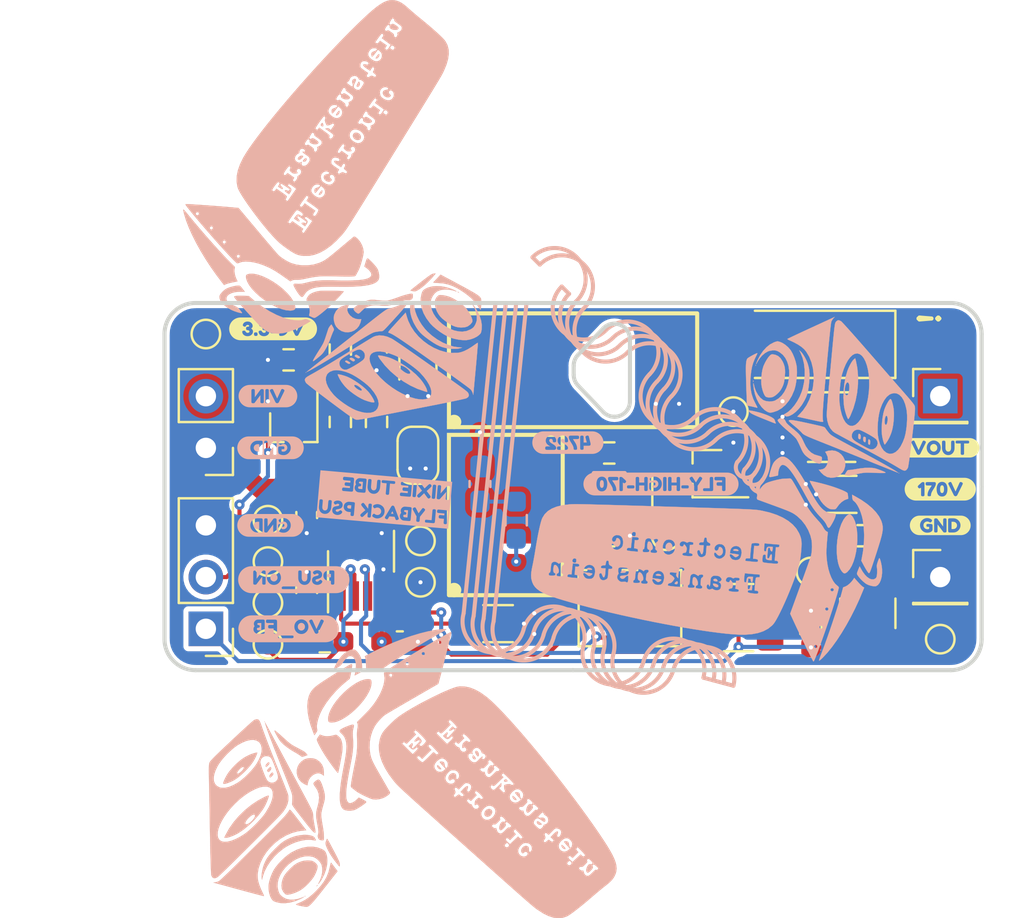
<source format=kicad_pcb>
(kicad_pcb (version 20211014) (generator pcbnew)
  (layers (0 "F.Cu" signal) (31 "B.Cu" signal) (34 "B.Paste" user) (35 "F.Paste" user) (36 "B.SilkS" user "B.Silkscreen") (37 "F.SilkS" user "F.Silkscreen") (38 "B.Mask" user) (39 "F.Mask" user) (44 "Edge.Cuts" user))
  (net 0 "")
  (net 1 "/HV-PSU/VIN")
  (net 2 "GND")
  (net 3 "Net-(C2-Pad1)")
  (net 4 "/HV-PSU/ISEN")
  (net 5 "/HV-PSU/SW")
  (net 6 "Net-(C5-Pad2)")
  (net 7 "/HV-PSU/VOUT")
  (net 8 "Net-(D1-Pad2)")
  (net 9 "Net-(D2-Pad1)")
  (net 10 "Net-(D2-Pad2)")
  (net 11 "Net-(Q1-Pad1)")
  (net 12 "/HV-PSU/DR")
  (net 13 "/HV-PSU/FSA")
  (net 14 "/HV-PSU/COMP")
  (net 15 "Net-(R10-Pad2)")
  (net 16 "Net-(R10-Pad1)")
  (net 17 "Net-(R9-Pad2)")
  (net 18 "/HV-PSU/FB")
  (net 19 "Net-(JP1-Pad2)")
  (net 20 "/PSU_ON")
  (net 21 "/VO_FB")
  (footprint "TestPoint:TestPoint_Pad_D1.0mm" (layer "F.Cu") (at 145.034 46.228)
    (fp_text reference "TP11" hide)
    (fp_text value "VO_FB")
    (pad "1" smd circle (at 0 0) (size 1 1) (layers "F.Cu" "F.Mask") (net 21 "/VO_FB"))
  )
  (footprint "TestPoint:TestPoint_Pad_D1.0mm" (layer "F.Cu") (at 112.014 44.45)
    (fp_text reference "TP5" hide)
    (fp_text value "ISEN")
    (pad "1" smd circle (at 0 0) (size 1 1) (layers "F.Cu" "F.Mask") (net 4 "/HV-PSU/ISEN"))
  )
  (footprint "TestPoint:TestPoint_Pad_D1.0mm" (layer "F.Cu") (at 131.572 41.148)
    (fp_text reference "TP4" hide)
    (fp_text value "FB")
    (pad "1" smd circle (at 0 0) (size 1 1) (layers "F.Cu" "F.Mask") (net 18 "/HV-PSU/FB"))
  )
  (footprint "Resistor_SMD:R_1210_3225Metric_Pad1.30x2.65mm_HandSolder" (layer "F.Cu") (at 141.478 44.958 90)
    (fp_text reference "R11" hide)
    (fp_text value "180K")
    (pad "1" smd roundrect (at -1.55 0 90) (size 1.3 2.65) (layers "F.Cu" "F.Paste" "F.Mask") (roundrect_rratio 0.1923076923) (net 21 "/VO_FB"))
    (pad "2" smd roundrect (at 1.55 0 90) (size 1.3 2.65) (layers "F.Cu" "F.Paste" "F.Mask") (roundrect_rratio 0.1923076923) (net 7 "/HV-PSU/VOUT"))
  )
  (footprint "Resistor_SMD:R_1210_3225Metric_Pad1.30x2.65mm_HandSolder" (layer "F.Cu") (at 135.128 42.164)
    (fp_text reference "R8" hide)
    (fp_text value "180K")
    (pad "1" smd roundrect (at -1.55 0) (size 1.3 2.65) (layers "F.Cu" "F.Paste" "F.Mask") (roundrect_rratio 0.1923076923) (net 16 "Net-(R10-Pad1)"))
    (pad "2" smd roundrect (at 1.55 0) (size 1.3 2.65) (layers "F.Cu" "F.Paste" "F.Mask") (roundrect_rratio 0.1923076923) (net 15 "Net-(R10-Pad2)"))
  )
  (footprint "Diode_SMD:D_SMA_Handsoldering" (layer "F.Cu") (at 138.43 31.75 180)
    (fp_text reference "D1" hide)
    (fp_text value "US1M")
    (pad "1" smd rect (at -2.5 0 180) (size 3.5 1.8) (layers "F.Cu" "F.Paste" "F.Mask") (net 7 "/HV-PSU/VOUT"))
    (pad "2" smd rect (at 2.5 0 180) (size 3.5 1.8) (layers "F.Cu" "F.Paste" "F.Mask") (net 8 "Net-(D1-Pad2)"))
  )
  (footprint "Capacitor_SMD:C_0603_1608Metric_Pad1.08x0.95mm_HandSolder" (layer "F.Cu") (at 113.919 43.815 90)
    (fp_text reference "C2" hide)
    (fp_text value "DNF")
    (pad "1" smd roundrect (at -0.8625 0 90) (size 1.075 0.95) (layers "F.Cu" "F.Paste" "F.Mask") (net 3 "Net-(C2-Pad1)"))
    (pad "2" smd roundrect (at 0.8625 0 90) (size 1.075 0.95) (layers "F.Cu" "F.Paste" "F.Mask") (net 2 "GND"))
  )
  (footprint "Package_TO_SOT_SMD:SOT-323_SC-70_Handsoldering" (layer "F.Cu") (at 113.284 35.814 -90)
    (fp_text reference "Q1" hide)
    (fp_text value "AO7400")
    (pad "1" smd rect (at -1.33 -0.65 180) (size 0.45 1.5) (layers "F.Cu" "F.Paste" "F.Mask") (net 11 "Net-(Q1-Pad1)"))
    (pad "2" smd rect (at -1.33 0.65 180) (size 0.45 1.5) (layers "F.Cu" "F.Paste" "F.Mask") (net 2 "GND"))
    (pad "3" smd rect (at 1.33 0 180) (size 0.45 1.5) (layers "F.Cu" "F.Paste" "F.Mask") (net 19 "Net-(JP1-Pad2)"))
  )
  (footprint "Resistor_SMD:R_0603_1608Metric_Pad0.98x0.95mm_HandSolder" (layer "F.Cu") (at 113.03 32.512)
    (fp_text reference "R2" hide)
    (fp_text value "10K")
    (pad "1" smd roundrect (at -0.9125 0) (size 0.975 0.95) (layers "F.Cu" "F.Paste" "F.Mask") (net 2 "GND"))
    (pad "2" smd roundrect (at 0.9125 0) (size 0.975 0.95) (layers "F.Cu" "F.Paste" "F.Mask") (net 11 "Net-(Q1-Pad1)"))
  )
  (footprint "meshy-tron-fps:TTRN-060S-058-T" (layer "F.Cu") (at 127 33.02 90)
    (fp_text reference "L1" hide)
    (fp_text value "TTRN-060S-058-T")
    (pad "1" smd roundrect (at -1.675 -4.65 90) (size 1.2 1.9) (layers "F.Cu" "F.Paste" "F.Mask") (roundrect_rratio 0.1666666667) (net 5 "/HV-PSU/SW"))
    (pad "2" smd roundrect (at 1.675 -4.65 90) (size 1.2 1.9) (layers "F.Cu" "F.Paste" "F.Mask") (roundrect_rratio 0.1666666667) (net 1 "/HV-PSU/VIN"))
    (pad "3" smd roundrect (at -1.675 4.65 90) (size 1.2 1.9) (layers "F.Cu" "F.Paste" "F.Mask") (roundrect_rratio 0.1666666667) (net 2 "GND"))
    (pad "4" smd roundrect (at 1.675 4.65 90) (size 1.2 1.9) (layers "F.Cu" "F.Paste" "F.Mask") (roundrect_rratio 0.1666666667) (net 8 "Net-(D1-Pad2)"))
    (pad "5" smd roundrect (at 0 4.65 90) (size 1.15 1.9) (layers "F.Cu" "F.Paste" "F.Mask") (roundrect_rratio 0.1666669565))
  )
  (footprint "Capacitor_SMD:C_1812_4532Metric_Pad1.57x3.40mm_HandSolder" (layer "F.Cu") (at 139.7 35.814 180)
    (fp_text reference "C6" hide)
    (fp_text value "1uF")
    (pad "1" smd roundrect (at -2.1375 0 180) (size 1.575 3.4) (layers "F.Cu" "F.Paste" "F.Mask") (roundrect_rratio 0.1587301587) (net 7 "/HV-PSU/VOUT"))
    (pad "2" smd roundrect (at 2.1375 0 180) (size 1.575 3.4) (layers "F.Cu" "F.Paste" "F.Mask") (roundrect_rratio 0.1587301587) (net 2 "GND"))
  )
  (footprint "kibuzzard-638295D5" (layer "F.Cu") (at 145.034 38.862)
    (fp_text reference "kibuzzard-638295D5" hide)
    (fp_text value "G***" hide)
  )
  (footprint "kibuzzard-63828ECC" (layer "F.Cu") (at 145.034 36.83)
    (fp_text reference "kibuzzard-63828ECC" hide)
    (fp_text value "G***" hide)
  )
  (footprint "Resistor_SMD:R_0603_1608Metric_Pad0.98x0.95mm_HandSolder" (layer "F.Cu") (at 115.57 32.004 90)
    (fp_text reference "R14" hide)
    (fp_text value "10K")
    (pad "1" smd roundrect (at -0.9125 0 90) (size 0.975 0.95) (layers "F.Cu" "F.Paste" "F.Mask") (net 19 "Net-(JP1-Pad2)"))
    (pad "2" smd roundrect (at 0.9125 0 90) (size 0.975 0.95) (layers "F.Cu" "F.Paste" "F.Mask") (net 1 "/HV-PSU/VIN"))
  )
  (footprint "Capacitor_SMD:C_0603_1608Metric_Pad1.08x0.95mm_HandSolder" (layer "F.Cu") (at 117.348 32.004 -90)
    (fp_text reference "C1" hide)
    (fp_text value "22uF")
    (pad "1" smd roundrect (at -0.8625 0 270) (size 1.075 0.95) (layers "F.Cu" "F.Paste" "F.Mask") (net 1 "/HV-PSU/VIN"))
    (pad "2" smd roundrect (at 0.8625 0 270) (size 1.075 0.95) (layers "F.Cu" "F.Paste" "F.Mask") (net 2 "GND"))
  )
  (footprint "LED_SMD:LED_0805_2012Metric_Pad1.15x1.40mm_HandSolder" (layer "F.Cu") (at 129.032 39.116 180)
    (fp_text reference "D2" hide)
    (fp_text value "ORANGE")
    (pad "1" smd roundrect (at -1.025 0 180) (size 1.15 1.4) (layers "F.Cu" "F.Paste" "F.Mask") (roundrect_rratio 0.2173913043) (net 9 "Net-(D2-Pad1)"))
    (pad "2" smd roundrect (at 1.025 0 180) (size 1.15 1.4) (layers "F.Cu" "F.Paste" "F.Mask") (roundrect_rratio 0.2173913043) (net 10 "Net-(D2-Pad2)"))
  )
  (footprint "Connector_PinHeader_2.54mm:PinHeader_1x01_P2.54mm_Vertical" (layer "F.Cu") (at 145.034 34.29)
    (fp_text reference "J3" hide)
    (fp_text value "VOUT")
    (pad "1" thru_hole rect (at 0 0) (size 1.7 1.7) (drill 1) (layers *.Cu *.Mask) (net 7 "/HV-PSU/VOUT"))
  )
  (footprint "TestPoint:TestPoint_Pad_D1.0mm" (layer "F.Cu") (at 112.014 40.386)
    (fp_text reference "TP1" hide)
    (fp_text value "FSA")
    (pad "1" smd circle (at 0 0) (size 1 1) (layers "F.Cu" "F.Mask") (net 13 "/HV-PSU/FSA"))
  )
  (footprint "TestPoint:TestPoint_Pad_D1.0mm" (layer "F.Cu") (at 112.014 46.482)
    (fp_text reference "TP2" hide)
    (fp_text value "COMP")
    (pad "1" smd circle (at 0 0) (size 1 1) (layers "F.Cu" "F.Mask") (net 14 "/HV-PSU/COMP"))
  )
  (footprint "Resistor_SMD:R_0603_1608Metric_Pad0.98x0.95mm_HandSolder" (layer "F.Cu") (at 128.778 41.148 180)
    (fp_text reference "R9" hide)
    (fp_text value "10K")
    (pad "1" smd roundrect (at -0.9125 0 180) (size 0.975 0.95) (layers "F.Cu" "F.Paste" "F.Mask") (net 2 "GND"))
    (pad "2" smd roundrect (at 0.9125 0 180) (size 0.975 0.95) (layers "F.Cu" "F.Paste" "F.Mask") (net 17 "Net-(R9-Pad2)"))
  )
  (footprint "Capacitor_SMD:C_0603_1608Metric_Pad1.08x0.95mm_HandSolder" (layer "F.Cu") (at 113.919 40.132 -90)
    (fp_text reference "C8" hide)
    (fp_text value "100nF")
    (pad "1" smd roundrect (at -0.8625 0 270) (size 1.075 0.95) (layers "F.Cu" "F.Paste" "F.Mask") (net 1 "/HV-PSU/VIN"))
    (pad "2" smd roundrect (at 0.8625 0 270) (size 1.075 0.95) (layers "F.Cu" "F.Paste" "F.Mask") (net 2 "GND"))
  )
  (footprint "Resistor_SMD:R_0603_1608Metric_Pad0.98x0.95mm_HandSolder" (layer "F.Cu") (at 128.778 37.084 180)
    (fp_text reference "R13" hide)
    (fp_text value "560R")
    (pad "1" smd roundrect (at -0.9125 0 180) (size 0.975 0.95) (layers "F.Cu" "F.Paste" "F.Mask") (net 10 "Net-(D2-Pad2)"))
    (pad "2" smd roundrect (at 0.9125 0 180) (size 0.975 0.95) (layers "F.Cu" "F.Paste" "F.Mask") (net 1 "/HV-PSU/VIN"))
  )
  (footprint "Resistor_SMD:R_0603_1608Metric_Pad0.98x0.95mm_HandSolder" (layer "F.Cu") (at 115.57 35.56 -90)
    (fp_text reference "R1" hide)
    (fp_text value "10R")
    (pad "1" smd roundrect (at -0.9125 0 270) (size 0.975 0.95) (layers "F.Cu" "F.Paste" "F.Mask") (net 11 "Net-(Q1-Pad1)"))
    (pad "2" smd roundrect (at 0.9125 0 270) (size 0.975 0.95) (layers "F.Cu" "F.Paste" "F.Mask") (net 20 "/PSU_ON"))
  )
  (footprint "Connector_PinHeader_2.54mm:PinHeader_1x02_P2.54mm_Vertical" (layer "F.Cu") (at 108.966 36.835 180)
    (fp_text reference "J1" hide)
    (fp_text value "VIN")
    (pad "1" thru_hole rect (at 0 0 180) (size 1.7 1.7) (drill 1) (layers *.Cu *.Mask) (net 2 "GND"))
    (pad "2" thru_hole oval (at 0 2.54 180) (size 1.7 1.7) (drill 1) (layers *.Cu *.Mask) (net 1 "/HV-PSU/VIN"))
  )
  (footprint "Resistor_SMD:R_0603_1608Metric_Pad0.98x0.95mm_HandSolder" (layer "F.Cu") (at 141.224 41.148 180)
    (fp_text reference "R7" hide)
    (fp_text value "1.4M")
    (pad "1" smd roundrect (at -0.9125 0 180) (size 0.975 0.95) (layers "F.Cu" "F.Paste" "F.Mask") (net 7 "/HV-PSU/VOUT"))
    (pad "2" smd roundrect (at 0.9125 0 180) (size 0.975 0.95) (layers "F.Cu" "F.Paste" "F.Mask") (net 15 "Net-(R10-Pad2)"))
  )
  (footprint "TestPoint:TestPoint_Pad_D1.0mm" (layer "F.Cu") (at 119.507 41.402)
    (fp_text reference "TP6" hide)
    (fp_text value "SW")
    (pad "1" smd circle (at 0 0) (size 1 1) (layers "F.Cu" "F.Mask") (net 5 "/HV-PSU/SW"))
  )
  (footprint "TestPoint:TestPoint_Pad_D1.0mm" (layer "F.Cu") (at 108.966 31.242)
    (fp_text reference "TP9" hide)
    (fp_text value "VIN")
    (pad "1" smd circle (at 0 0) (size 1 1) (layers "F.Cu" "F.Mask") (net 1 "/HV-PSU/VIN"))
  )
  (footprint "Resistor_SMD:R_0603_1608Metric_Pad0.98x0.95mm_HandSolder" (layer "F.Cu") (at 114.808 46.355)
    (fp_text reference "R4" hide)
    (fp_text value "DNF")
    (pad "1" smd roundrect (at -0.9125 0) (size 0.975 0.95) (layers "F.Cu" "F.Paste" "F.Mask") (net 3 "Net-(C2-Pad1)"))
    (pad "2" smd roundrect (at 0.9125 0) (size 0.975 0.95) (layers "F.Cu" "F.Paste" "F.Mask") (net 14 "/HV-PSU/COMP"))
  )
  (footprint "Connector_PinHeader_2.54mm:PinHeader_1x01_P2.54mm_Vertical" (layer "F.Cu") (at 145.034 43.18)
    (fp_text reference "J4" hide)
    (fp_text value "VOUT-GND")
    (pad "1" thru_hole rect (at 0 0) (size 1.7 1.7) (drill 1) (layers *.Cu *.Mask) (net 2 "GND"))
  )
  (footprint "kibuzzard-63828EDB" (layer "F.Cu") (at 145.034 40.64)
    (fp_text reference "kibuzzard-63828EDB" hide)
    (fp_text value "G***" hide)
  )
  (footprint "Potentiometer_SMD:Potentiometer_Bourns_3224W_Vertical" (layer "F.Cu") (at 129.794 44.704)
    (fp_text reference "RV1" hide)
    (fp_text value "1K")
    (pad "1" smd rect (at 1.25 -1.45) (size 1.3 1.6) (layers "F.Cu" "F.Paste" "F.Mask") (net 16 "Net-(R10-Pad1)"))
    (pad "2" smd rect (at 0 1.45) (size 2 1.6) (layers "F.Cu" "F.Paste" "F.Mask") (net 18 "/HV-PSU/FB"))
    (pad "3" smd rect (at -1.25 -1.45) (size 1.3 1.6) (layers "F.Cu" "F.Paste" "F.Mask") (net 17 "Net-(R9-Pad2)"))
  )
  (footprint "Capacitor_SMD:C_0603_1608Metric_Pad1.08x0.95mm_HandSolder" (layer "F.Cu") (at 118.491 46.355)
    (fp_text reference "C4" hide)
    (fp_text value "1nF")
    (pad "1" smd roundrect (at -0.8625 0) (size 1.075 0.95) (layers "F.Cu" "F.Paste" "F.Mask") (net 4 "/HV-PSU/ISEN"))
    (pad "2" smd roundrect (at 0.8625 0) (size 1.075 0.95) (layers "F.Cu" "F.Paste" "F.Mask") (net 2 "GND"))
  )
  (footprint "kibuzzard-63829606" (layer "F.Cu") (at 112.268 30.988)
    (fp_text reference "kibuzzard-63829606" hide)
    (fp_text value "G***" hide)
  )
  (footprint "Package_TO_SOT_SMD:SOT-323_SC-70_Handsoldering" (layer "F.Cu") (at 133.604 38.1 180)
    (fp_text reference "Q3" hide)
    (fp_text value "AO7400")
    (pad "1" smd rect (at -1.33 -0.65 90) (size 0.45 1.5) (layers "F.Cu" "F.Paste" "F.Mask") (net 21 "/VO_FB"))
    (pad "2" smd rect (at -1.33 0.65 90) (size 0.45 1.5) (layers "F.Cu" "F.Paste" "F.Mask") (net 2 "GND"))
    (pad "3" smd rect (at 1.33 0 90) (size 0.45 1.5) (layers "F.Cu" "F.Paste" "F.Mask") (net 9 "Net-(D2-Pad1)"))
  )
  (footprint "TestPoint:TestPoint_Pad_D1.0mm" (layer "F.Cu") (at 119.507 43.434)
    (fp_text reference "TP8" hide)
    (fp_text value "AGND")
    (pad "1" smd circle (at 0 0) (size 1 1) (layers "F.Cu" "F.Mask") (net 2 "GND"))
  )
  (footprint "TestPoint:TestPoint_Pad_D1.0mm" (layer "F.Cu") (at 138.684 42.926)
    (fp_text reference "TP7" hide)
    (fp_text value "VOUT")
    (pad "1" smd circle (at 0 0) (size 1 1) (layers "F.Cu" "F.Mask") (net 7 "/HV-PSU/VOUT"))
  )
  (footprint "Resistor_SMD:R_1206_3216Metric_Pad1.30x1.75mm_HandSolder" (layer "F.Cu") (at 123.317 45.466 180)
    (fp_text reference "R5" hide)
    (fp_text value "0R15")
    (pad "1" smd roundrect (at -1.55 0 180) (size 1.3 1.75) (layers "F.Cu" "F.Paste" "F.Mask") (roundrect_rratio 0.1923076923) (net 2 "GND"))
    (pad "2" smd roundrect (at 1.55 0 180) (size 1.3 1.75) (layers "F.Cu" "F.Paste" "F.Mask") (roundrect_rratio 0.1923076923) (net 4 "/HV-PSU/ISEN"))
  )
  (footprint "Package_SO:VSSOP-8_3.0x3.0mm_P0.65mm" (layer "F.Cu") (at 116.586 41.91 90)
    (fp_text reference "U1" hide)
    (fp_text value "LM3478MM")
    (pad "1" smd rect (at -2.2 -0.975) (size 0.45 1.45) (layers "F.Cu" "F.Paste" "F.Mask") (net 4 "/HV-PSU/ISEN"))
    (pad "2" smd rect (at -2.2 -0.325) (size 0.45 1.45) (layers "F.Cu" "F.Paste" "F.Mask") (net 14 "/HV-PSU/COMP"))
    (pad "3" smd rect (at -2.2 0.325) (size 0.45 1.45) (layers "F.Cu" "F.Paste" "F.Mask") (net 18 "/HV-PSU/FB"))
    (pad "4" smd rect (at -2.2 0.975) (size 0.45 1.45) (layers "F.Cu" "F.Paste" "F.Mask") (net 2 "GND"))
    (pad "5" smd rect (at 2.2 0.975) (size 0.45 1.45) (layers "F.Cu" "F.Paste" "F.Mask") (net 2 "GND"))
    (pad "6" smd rect (at 2.2 0.325) (size 0.45 1.45) (layers "F.Cu" "F.Paste" "F.Mask") (net 12 "/HV-PSU/DR"))
    (pad "7" smd rect (at 2.2 -0.325) (size 0.45 1.45) (layers "F.Cu" "F.Paste" "F.Mask") (net 13 "/HV-PSU/FSA"))
    (pad "8" smd rect (at 2.2 -0.975) (size 0.45 1.45) (layers "F.Cu" "F.Paste" "F.Mask") (net 1 "/HV-PSU/VIN"))
  )
  (footprint "TestPoint:TestPoint_Pad_D1.0mm" (layer "F.Cu") (at 112.014 42.418)
    (fp_text reference "TP3" hide)
    (fp_text value "DR")
    (pad "1" smd circle (at 0 0) (size 1 1) (layers "F.Cu" "F.Mask") (net 12 "/HV-PSU/DR"))
  )
  (footprint "TestPoint:TestPoint_Pad_D1.0mm" (layer "F.Cu") (at 134.874 35.052)
    (fp_text reference "TP10" hide)
    (fp_text value "PGND")
    (pad "1" smd circle (at 0 0) (size 1 1) (layers "F.Cu" "F.Mask") (net 2 "GND"))
  )
  (footprint "Capacitor_SMD:C_1206_3216Metric_Pad1.33x1.80mm_HandSolder" (layer "F.Cu") (at 140.208 39.116 180)
    (fp_text reference "C7" hide)
    (fp_text value "100nF")
    (pad "1" smd roundrect (at -1.5625 0 180) (size 1.325 1.8) (layers "F.Cu" "F.Paste" "F.Mask") (roundrect_rratio 0.1886792453) (net 7 "/HV-PSU/VOUT"))
    (pad "2" smd roundrect (at 1.5625 0 180) (size 1.325 1.8) (layers "F.Cu" "F.Paste" "F.Mask") (roundrect_rratio 0.1886792453) (net 2 "GND"))
  )
  (footprint "Capacitor_SMD:C_1206_3216Metric_Pad1.33x1.80mm_HandSolder" (layer "F.Cu") (at 119.38 32.766 -90)
    (fp_text reference "C3" hide)
    (fp_text value "100nF")
    (pad "1" smd roundrect (at -1.5625 0 270) (size 1.325 1.8) (layers "F.Cu" "F.Paste" "F.Mask") (roundrect_rratio 0.1886792453) (net 1 "/HV-PSU/VIN"))
    (pad "2" smd roundrect (at 1.5625 0 270) (size 1.325 1.8) (layers "F.Cu" "F.Paste" "F.Mask") (roundrect_rratio 0.1886792453) (net 2 "GND"))
  )
  (footprint "Connector_PinHeader_2.54mm:PinHeader_1x03_P2.54mm_Vertical" (layer "F.Cu") (at 108.966 45.72 180)
    (fp_text reference "J2" hide)
    (fp_text value "I/O")
    (pad "1" thru_hole rect (at 0 0 180) (size 1.7 1.7) (drill 1) (layers *.Cu *.Mask) (net 21 "/VO_FB"))
    (pad "2" thru_hole oval (at 0 2.54 180) (size 1.7 1.7) (drill 1) (layers *.Cu *.Mask) (net 20 "/PSU_ON"))
    (pad "3" thru_hole oval (at 0 5.08 180) (size 1.7 1.7) (drill 1) (layers *.Cu *.Mask) (net 2 "GND"))
  )
  (footprint "Resistor_SMD:R_0603_1608Metric_Pad0.98x0.95mm_HandSolder" (layer "F.Cu") (at 138.684 45.72 -90)
    (fp_text reference "R12" hide)
    (fp_text value "2K")
    (pad "1" smd roundrect (at -0.9125 0 270) (size 0.975 0.95) (layers "F.Cu" "F.Paste" "F.Mask") (net 2 "GND"))
    (pad "2" smd roundrect (at 0.9125 0 270) (size 0.975 0.95) (layers "F.Cu" "F.Paste" "F.Mask") (net 21 "/VO_FB"))
  )
  (footprint "Resistor_SMD:R_1210_3225Metric_Pad1.30x2.65mm_HandSolder" (layer "F.Cu") (at 135.128 45.466)
    (fp_text reference "R10" hide)
    (fp_text value "180K")
    (pad "1" smd roundrect (at -1.55 0) (size 1.3 2.65) (layers "F.Cu" "F.Paste" "F.Mask") (roundrect_rratio 0.1923076923) (net 16 "Net-(R10-Pad1)"))
    (pad "2" smd roundrect (at 1.55 0) (size 1.3 2.65) (layers "F.Cu" "F.Paste" "F.Mask") (roundrect_rratio 0.1923076923) (net 15 "Net-(R10-Pad2)"))
  )
  (footprint "Resistor_SMD:R_0603_1608Metric_Pad0.98x0.95mm_HandSolder" (layer "F.Cu") (at 117.348 35.56 -90)
    (fp_text reference "R3" hide)
    (fp_text value "12.4K")
    (pad "1" smd roundrect (at -0.9125 0 270) (size 0.975 0.95) (layers "F.Cu" "F.Paste" "F.Mask") (net 19 "Net-(JP1-Pad2)"))
    (pad "2" smd roundrect (at 0.9125 0 270) (size 0.975 0.95) (layers "F.Cu" "F.Paste" "F.Mask") (net 13 "/HV-PSU/FSA"))
  )
  (footprint "meshy-tron-fps:SOP-ADVANCED" (layer "F.Cu") (at 123.698 41.529)
    (fp_text reference "Q2" hide)
    (fp_text value "TPH1R403")
    (pad "1" smd roundrect (at 1.925 1.425) (size 0.85 1.45) (layers "F.Cu" "F.Paste" "F.Mask") (roundrect_rratio 0.15) (net 12 "/HV-PSU/DR"))
    (pad "2" smd roundrect (at -0.655 1.425) (size 0.85 1.45) (layers "F.Cu" "F.Paste" "F.Mask") (roundrect_rratio 0.15) (net 4 "/HV-PSU/ISEN"))
    (pad "2" smd roundrect (at 0.655 1.425) (size 0.85 1.45) (layers "F.Cu" "F.Paste" "F.Mask") (roundrect_rratio 0.15) (net 4 "/HV-PSU/ISEN"))
    (pad "2" smd roundrect (at -1.925 1.425) (size 0.85 1.45) (layers "F.Cu" "F.Paste" "F.Mask") (roundrect_rratio 0.15) (net 4 "/HV-PSU/ISEN"))
    (pad "3" smd custom (at 0 -1.875) (size 4.7 3.75) (layers "F.Cu" "F.Paste" "F.Mask") (net 5 "/HV-PSU/SW") (options (clearance outline) (anchor rect)) (primitives (gr_poly (pts (xy -2.35 -2.925) (xy -1.5 -2.925) (xy -1.5 -1.875) (xy -2.35 -1.875)) (width 0) (fill yes)) (gr_poly (pts (xy -1.08 -2.925) (xy -0.23 -2.925) (xy -0.23 -1.875) (xy -1.08 -1.875)) (width 0) (fill yes)) (gr_poly (pts (xy 1.5 -2.925) (xy 2.35 -2.925) (xy 2.35 -1.875) (xy 1.5 -1.875)) (width 0) (fill yes)) (gr_poly (pts (xy 0.23 -2.925) (xy 1.08 -2.925) (xy 1.08 -1.875) (xy 0.23 -1.875)) (width 0) (fill yes))))
  )
  (footprint "Jumper:SolderJumper-2_P1.3mm_Open_RoundedPad1.0x1.5mm" (layer "F.Cu") (at 119.38 37.196 90)
    (fp_text reference "JP1" hide)
    (fp_text value "ON")
    (pad "1" smd custom (at -0.65 0 90) (size 1 0.5) (layers "F.Cu" "F.Mask") (net 2 "GND") (options (clearance outline) (anchor rect)) (primitives (gr_circle (center 0 0.25) (end 0.5 0.25) (width 0) (fill yes)) (gr_circle (center 0 -0.25) (end 0.5 -0.25) (width 0) (fill yes)) (gr_poly (pts (xy 0.5 0.75) (xy 0 0.75) (xy 0 -0.75) (xy 0.5 -0.75)) (width 0) (fill yes))))
    (pad "2" smd custom (at 0.65 0 90) (size 1 0.5) (layers "F.Cu" "F.Mask") (net 19 "Net-(JP1-Pad2)") (options (clearance outline) (anchor rect)) (primitives (gr_circle (center 0 0.25) (end 0.5 0.25) (width 0) (fill yes)) (gr_circle (center 0 -0.25) (end 0.5 -0.25) (width 0) (fill yes)) (gr_poly (pts (xy 0 0.75) (xy -0.5 0.75) (xy -0.5 -0.75) (xy 0 -0.75)) (width 0) (fill yes))))
  )
  (footprint "Capacitor_SMD:C_0603_1608Metric_Pad1.08x0.95mm_HandSolder" (layer "B.Cu") (at 122.428 38.608 -90)
    (fp_text reference "C5" hide)
    (fp_text value "DNF")
    (pad "1" smd roundrect (at -0.8625 0 270) (size 1.075 0.95) (layers "B.Cu" "B.Paste" "B.Mask") (net 5 "/HV-PSU/SW"))
    (pad "2" smd roundrect (at 0.8625 0 270) (size 1.075 0.95) (layers "B.Cu" "B.Paste" "B.Mask") (net 6 "Net-(C5-Pad2)"))
  )
  (footprint "kibuzzard-63829F8D" (layer "B.Cu") (at 112.141 40.64 180)
    (fp_text reference "kibuzzard-63829F8D" hide)
    (fp_text value "G***" hide)
  )
  (footprint "EFrank:EFrank.kicad0.1_mod" (layer "B.Cu") (at 118.107902 24.413435 55)
    (fp_text reference "G***" hide)
    (fp_text value "LOGO" hide)
  )
  (footprint "kibuzzard-63829C5B" (layer "B.Cu") (at 117.729 39.37 175)
    (fp_text reference "kibuzzard-63829C5B" hide)
    (fp_text value "G***" hide)
  )
  (footprint "Resistor_SMD:R_0603_1608Metric_Pad0.98x0.95mm_HandSolder" (layer "B.Cu") (at 124.206 40.386 90)
    (fp_text reference "R6" hide)
    (fp_text value "DNF")
    (pad "1" smd roundrect (at -0.9125 0 90) (size 0.975 0.95) (layers "B.Cu" "B.Paste" "B.Mask") (net 4 "/HV-PSU/ISEN"))
    (pad "2" smd roundrect (at 0.9125 0 90) (size 0.975 0.95) (layers "B.Cu" "B.Paste" "B.Mask") (net 6 "Net-(C5-Pad2)"))
  )
  (footprint "kibuzzard-63829F70" (layer "B.Cu") (at 112.014 34.29 180)
    (fp_text reference "kibuzzard-63829F70" hide)
    (fp_text value "G***" hide)
  )
  (footprint "EFrank:EFrank.kicad0.1_mod" (layer "B.Cu") (at 119.699889 55.955104 -45)
    (fp_text reference "G***" hide)
    (fp_text value "LOGO" hide)
  )
  (footprint "kibuzzard-63829FA8" (layer "B.Cu") (at 113.284 43.307 180)
    (fp_text reference "kibuzzard-63829FA8" hide)
    (fp_text value "G***" hide)
  )
  (footprint "EFrank:EFrank.kicad0.1_mod" (layer "B.Cu") (at 133.343015 38.768606 175)
    (fp_text reference "G***" hide)
    (fp_text value "LOGO" hide)
  )
  (footprint "kibuzzard-63829FB9" (layer "B.Cu") (at 113.03 45.72 180)
    (fp_text reference "kibuzzard-63829FB9" hide)
    (fp_text value "G***" hide)
  )
  (footprint "kibuzzard-63829B28" (layer "B.Cu") (at 126.746 36.576 180)
    (fp_text reference "kibuzzard-63829B28" hide)
    (fp_text value "G***" hide)
  )
  (footprint "kibuzzard-63829F7F" (layer "B.Cu") (at 112.141 36.83 180)
    (fp_text reference "kibuzzard-63829F7F" hide)
    (fp_text value "G***" hide)
  )
  (footprint "kibuzzard-638295AD" (layer "B.Cu") (at 131.318 38.608 180)
    (fp_text reference "kibuzzard-638295AD" hide)
    (fp_text value "G***" hide)
  )
  (gr_arc (start 133.98874 36.452739) (mid 131.833489 36.452752) (end 131.833478 34.297477) (layer "B.SilkS") (width 0.2))
  (gr_arc (start 129.678217 32.142217) (mid 127.522953 32.142205) (end 127.522957 29.986955) (layer "B.SilkS") (width 0.2))
  (gr_arc (start 125.060197 45.884399) (mid 123.193685 46.962031) (end 122.116053 45.095518) (layer "B.SilkS") (width 0.2))
  (gr_arc (start 128.600586 31.064586) (mid 126.445264 31.064606) (end 126.445325 28.909323) (layer "B.SilkS") (width 0.2))
  (gr_arc (start 129.678217 32.142217) (mid 131.833405 32.142225) (end 131.833478 34.297477) (layer "B.SilkS") (width 0.2))
  (gr_arc (start 126.041576 46.147359) (mid 127.908087 45.069728) (end 128.985717 46.936239) (layer "B.SilkS") (width 0.2))
  (gr_arc (start 131.439169 47.59364) (mid 133.305681 46.516008) (end 134.38331 48.38252) (layer "B.SilkS") (width 0.2))
  (gr_arc (start 130.948478 47.46216) (mid 129.081965 48.539791) (end 128.004336 46.673279) (layer "B.SilkS") (width 0.2))
  (gr_arc (start 132.911108 35.37511) (mid 135.066439 35.375087) (end 135.066368 37.530368) (layer "B.SilkS") (width 0.2))
  (gr_arc (start 132.911108 35.37511) (mid 130.755833 35.375085) (end 130.755847 33.219847) (layer "B.SilkS") (width 0.2))
  (gr_arc (start 125.060197 45.884399) (mid 126.926707 44.80677) (end 128.004336 46.673279) (layer "B.SilkS") (width 0.2))
  (gr_arc (start 128.959797 31.423797) (mid 126.804481 31.423829) (end 126.804535 29.268534) (layer "B.SilkS") (width 0.2))
  (gr_arc (start 130.948478 47.46216) (mid 132.81499 46.384528) (end 133.89262 48.25104) (layer "B.SilkS") (width 0.2))
  (gr_arc (start 133.629529 36.093529) (mid 131.474269 36.093529) (end 131.474269 33.938268) (layer "B.SilkS") (width 0.2))
  (gr_arc (start 129.319007 31.783007) (mid 127.163733 31.782983) (end 127.163747 29.627744) (layer "B.SilkS") (width 0.2))
  (gr_arc (start 128.959797 31.423797) (mid 131.11512 31.423764) (end 131.115057 33.579056) (layer "B.SilkS") (width 0.2))
  (gr_line (start 126.445325 28.909323) (end 126.804535 29.268534) (layer "B.SilkS") (width 0.2))
  (gr_arc (start 125.367694 27.831694) (mid 127.522955 27.831695) (end 127.522955 29.986956) (layer "B.SilkS") (width 0.2))
  (gr_arc (start 136.305462 38.39758) (mid 135.611521 38.583521) (end 135.42558 37.88958) (layer "B.SilkS") (width 0.2))
  (gr_line (start 129.540001 38.069184) (end 128.016001 38.069184) (layer "B.SilkS") (width 0.2))
  (gr_arc (start 135.946252 38.03837) (mid 135.252311 38.224311) (end 135.06637 37.53037) (layer "B.SilkS") (width 0.2))
  (gr_arc (start 133.629529 36.093529) (mid 135.784723 36.093551) (end 135.784789 38.24879) (layer "B.SilkS") (width 0.2))
  (gr_line (start 123.097435 45.358478) (end 124.714 29.718) (layer "B.SilkS") (width 0.2))
  (gr_arc (start 125.550886 46.015879) (mid 123.684375 47.09351) (end 122.606745 45.226999) (layer "B.SilkS") (width 0.2))
  (gr_arc (start 131.929859 47.72512) (mid 130.063348 48.802751) (end 128.985717 46.936239) (layer "B.SilkS") (width 0.2))
  (gr_arc (start 124.569505 45.752919) (mid 126.436016 44.675288) (end 127.513646 46.541799) (layer "B.SilkS") (width 0.2))
  (gr_arc (start 125.550886 46.015879) (mid 127.417396 44.938248) (end 128.495028 46.80476) (layer "B.SilkS") (width 0.2))
  (gr_arc (start 133.270319 35.734319) (mid 131.115051 35.734307) (end 131.115057 33.579056) (layer "B.SilkS") (width 0.2))
  (gr_arc (start 131.439169 47.59364) (mid 129.572658 48.671271) (end 128.495028 46.80476) (layer "B.SilkS") (width 0.2))
  (gr_line (start 133.40193 48.11956) (end 134.874 48.514) (layer "B.SilkS") (width 0.2))
  (gr_arc (start 124.569505 45.752919) (mid 122.702995 46.830548) (end 121.625363 44.964038) (layer "B.SilkS") (width 0.2))
  (gr_arc (start 129.319007 31.783007) (mid 131.474341 31.782985) (end 131.474269 33.938268) (layer "B.SilkS") (width 0.2))
  (gr_arc (start 133.270319 35.734319) (mid 135.425504 35.734328) (end 135.42558 37.889579) (layer "B.SilkS") (width 0.2))
  (gr_arc (start 130.457788 47.33068) (mid 128.591276 48.40831) (end 127.513646 46.541799) (layer "B.SilkS") (width 0.2))
  (gr_arc (start 137.023882 39.116) (mid 136.329941 39.301941) (end 136.144 38.608) (layer "B.SilkS") (width 0.2))
  (gr_arc (start 126.041576 46.147359) (mid 124.175064 47.22499) (end 123.097435 45.358478) (layer "B.SilkS") (width 0.2))
  (gr_line (start 121.625363 44.964038) (end 123.19 29.718) (layer "B.SilkS") (width 0.2))
  (gr_arc (start 125.008484 27.472484) (mid 127.163745 27.472485) (end 127.163745 29.627746) (layer "B.SilkS") (width 0.2))
  (gr_arc (start 131.929859 47.72512) (mid 133.79637 46.647489) (end 134.874 48.514) (layer "B.SilkS") (width 0.2))
  (gr_arc (start 136.664672 38.75679) (mid 135.970731 38.942731) (end 135.78479 38.24879) (layer "B.SilkS") (width 0.2))
  (gr_line (start 122.606745 45.226999) (end 124.206 29.718) (layer "B.SilkS") (width 0.2))
  (gr_line (start 122.116053 45.095518) (end 123.698 29.718) (layer "B.SilkS") (width 0.2))
  (gr_line (start 125.008484 27.472484) (end 125.367694 27.831694) (layer "B.SilkS") (width 0.2))
  (gr_arc (start 133.98874 36.452739) (mid 136.143941 36.452772) (end 136.144 38.608) (layer "B.SilkS") (width 0.2))
  (gr_arc (start 130.457788 47.33068) (mid 132.324299 46.253049) (end 133.401929 48.11956) (layer "B.SilkS") (width 0.2))
  (gr_arc (start 128.600586 31.064586) (mid 130.755873 31.064609) (end 130.755847 33.219847) (layer "B.SilkS") (width 0.2))
  (gr_line (start 129.794 34.544) (end 129.794 31.496) (layer "Edge.Cuts") (width 0.2))
  (gr_arc (start 129.794 34.544) (mid 129.570815 35.082815) (end 129.032 35.306) (layer "Edge.Cuts") (width 0.2))
  (gr_arc (start 129.032 35.306) (mid 128.740395 35.247996) (end 128.493185 35.082815) (layer "Edge.Cuts") (width 0.2))
  (gr_line (start 127 47.752) (end 108.458 47.752) (layer "Edge.Cuts") (width 0.2))
  (gr_line (start 147.066 31.242) (end 147.066 38.735) (layer "Edge.Cuts") (width 0.2))
  (gr_line (start 127.030815 32.796815) (end 127.030815 33.243185) (layer "Edge.Cuts") (width 0.2))
  (gr_line (start 128.493185 35.082815) (end 127.254 33.782) (layer "Edge.Cuts") (width 0.2))
  (gr_line (start 147.066 46.228) (end 147.066 38.735) (layer "Edge.Cuts") (width 0.2))
  (gr_arc (start 127.254 33.782) (mid 127.088819 33.53479) (end 127.030815 33.243185) (layer "Edge.Cuts") (width 0.2))
  (gr_line (start 106.934 46.228) (end 106.934 38.735) (layer "Edge.Cuts") (width 0.2))
  (gr_arc (start 129.032 30.734) (mid 129.570815 30.957185) (end 129.794 31.496) (layer "Edge.Cuts") (width 0.2))
  (gr_line (start 145.542 47.752) (end 127 47.752) (layer "Edge.Cuts") (width 0.2))
  (gr_arc (start 145.542 29.718) (mid 146.619631 30.164369) (end 147.066 31.242) (layer "Edge.Cuts") (width 0.2))
  (gr_arc (start 106.934 31.242) (mid 107.380369 30.164369) (end 108.458 29.718) (layer "Edge.Cuts") (width 0.2))
  (gr_arc (start 128.493185 30.957185) (mid 128.740395 30.792004) (end 129.032 30.734) (layer "Edge.Cuts") (width 0.2))
  (gr_line (start 127.254 32.258) (end 128.493185 30.957185) (layer "Edge.Cuts") (width 0.2))
  (gr_line (start 108.458 29.718) (end 127 29.718) (layer "Edge.Cuts") (width 0.2))
  (gr_line (start 106.934 31.242) (end 106.934 38.735) (layer "Edge.Cuts") (width 0.2))
  (gr_line (start 127 29.718) (end 145.542 29.718) (layer "Edge.Cuts") (width 0.2))
  (gr_arc (start 147.066 46.228) (mid 146.619631 47.305631) (end 145.542 47.752) (layer "Edge.Cuts") (width 0.2))
  (gr_arc (start 108.458 47.752) (mid 107.380369 47.305631) (end 106.934 46.228) (layer "Edge.Cuts") (width 0.2))
  (gr_arc (start 127.030815 32.796815) (mid 127.088819 32.50521) (end 127.254 32.258) (layer "Edge.Cuts") (width 0.2))
  (gr_text "!" (at 144.526 30.48 90) (layer "F.SilkS") (effects (font (size 1.016 1.016) (thickness 0.2))))
  (segment (start 113.919 39.243) (end 113.919 39.2695) (width 0.4) (layer "F.Cu") (net 1))
  (segment (start 124.817 31.345) (end 122.35 31.345) (width 0.2) (layer "F.Cu") (net 1))
  (segment (start 115.611 38.649) (end 115.57 38.608) (width 0.4) (layer "F.Cu") (net 1))
  (segment (start 127.8655 35.9175) (end 125.984 34.036) (width 0.2) (layer "F.Cu") (net 1))
  (segment (start 114.554 38.608) (end 113.919 39.243) (width 0.4) (layer "F.Cu") (net 1))
  (segment (start 127.8655 37.084) (end 127.8655 35.9175) (width 0.2) (layer "F.Cu") (net 1))
  (segment (start 125.984 34.036) (end 125.984 32.512) (width 0.2) (layer "F.Cu") (net 1))
  (segment (start 125.984 32.512) (end 124.817 31.345) (width 0.2) (layer "F.Cu") (net 1))
  (segment (start 115.611 39.71) (end 115.611 38.649) (width 0.4) (layer "F.Cu") (net 1))
  (segment (start 115.57 38.608) (end 114.554 38.608) (width 0.4) (layer "F.Cu") (net 1))
  (segment (start 117.561 39.71) (end 117.561 40.98) (width 0.2) (layer "F.Cu") (net 2))
  (segment (start 117.561 40.98) (end 117.602 41.021) (width 0.2) (layer "F.Cu") (net 2))
  (segment (start 117.6875 42.799) (end 117.561 42.9255) (width 0.2) (layer "F.Cu") (net 2))
  (segment (start 112.014 34.544) (end 112.574 34.544) (width 0.2) (layer "F.Cu") (net 2))
  (segment (start 134.934 36.636) (end 134.934 37.45) (width 0.2) (layer "F.Cu") (net 2))
  (segment (start 112.574 34.544) (end 112.634 34.484) (width 0.2) (layer "F.Cu") (net 2))
  (segment (start 117.561 42.9255) (end 117.561 44.11) (width 0.2) (layer "F.Cu") (net 2))
  (segment (start 134.874 36.576) (end 134.934 36.636) (width 0.2) (layer "F.Cu") (net 2))
  (via (at 117.348 33.02) (size 0.5) (drill 0.2) (layers "F.Cu" "B.Cu") (net 2))
  (via (at 113.919 42.926) (size 0.5) (drill 0.2) (layers "F.Cu" "B.Cu") (net 2))
  (via (at 112.014 34.544) (size 0.5) (drill 0.2) (layers "F.Cu" "B.Cu") (net 2))
  (via (at 119.507 43.434) (size 0.5) (drill 0.2) (layers "F.Cu" "B.Cu") (net 2))
  (via (at 132.207 34.671) (size 0.5) (drill 0.2) (layers "F.Cu" "B.Cu") (net 2))
  (via (at 134.874 36.576) (size 0.5) (drill 0.2) (layers "F.Cu" "B.Cu") (net 2))
  (via (at 118.872 34.29) (size 0.5) (drill 0.2) (layers "F.Cu" "B.Cu") (net 2))
  (via (at 137.287 34.544) (size 0.5) (drill 0.2) (layers "F.Cu" "B.Cu") (net 2))
  (via (at 134.874 35.052) (size 0.5) (drill 0.2) (layers "F.Cu" "B.Cu") (net 2))
  (via (at 125.095 44.958) (size 0.5) (drill 0.2) (layers "F.Cu" "B.Cu") (net 2))
  (via (at 129.794 41.148) (size 0.5) (drill 0.2) (layers "F.Cu" "B.Cu") (net 2))
  (via (at 138.684 44.831) (size 0.5) (drill 0.2) (layers "F.Cu" "B.Cu") (net 2))
  (via (at 117.602 41.021) (size 0.5) (drill 0.2) (layers "F.Cu" "B.Cu") (net 2))
  (via (at 112.014 32.512) (size 0.5) (drill 0.2) (layers "F.Cu" "B.Cu") (net 2))
  (via (at 113.919 41.021) (size 0.5) (drill 0.2) (layers "F.Cu" "B.Cu") (net 2))
  (via (at 137.287 35.306) (size 0.5) (drill 0.2) (layers "F.Cu" "B.Cu") (net 2))
  (via (at 131.064 34.671) (size 0.5) (drill 0.2) (layers "F.Cu" "B.Cu") (net 2))
  (via (at 125.095 45.974) (size 0.5) (drill 0.2) (layers "F.Cu" "B.Cu") (net 2))
  (via (at 119.38 46.355) (size 0.5) (drill 0.2) (layers "F.Cu" "B.Cu") (net 2))
  (via (at 137.287 36.322) (size 0.5) (drill 0.2) (layers "F.Cu" "B.Cu") (net 2))
  (via (at 118.999 37.846) (size 0.5) (drill 0.2) (layers "F.Cu" "B.Cu") (net 2))
  (via (at 124.587 45.466) (size 0.5) (drill 0.2) (layers "F.Cu" "B.Cu") (net 2))
  (via (at 138.43 38.608) (size 0.5) (drill 0.2) (layers "F.Cu" "B.Cu") (net 2))
  (via (at 138.938 39.116) (size 0.5) (drill 0.2) (layers "F.Cu" "B.Cu") (net 2))
  (via (at 119.761 37.846) (size 0.5) (drill 0.2) (layers "F.Cu" "B.Cu") (net 2))
  (via (at 137.287 37.084) (size 0.5) (drill 0.2) (layers "F.Cu" "B.Cu") (net 2))
  (via (at 119.888 34.29) (size 0.5) (drill 0.2) (layers "F.Cu" "B.Cu") (net 2))
  (via (at 138.43 39.624) (size 0.5) (drill 0.2) (layers "F.Cu" "B.Cu") (net 2))
  (via (at 117.6875 42.799) (size 0.5) (drill 0.2) (layers "F.Cu" "B.Cu") (net 2))
  (segment (start 113.919 46.3315) (end 113.8955 46.355) (width 0.2) (layer "F.Cu") (net 3))
  (segment (start 113.919 44.6775) (end 113.919 46.3315) (width 0.2) (layer "F.Cu") (net 3))
  (segment (start 115.824 45.466) (end 117.602 45.466) (width 0.2) (layer "F.Cu") (net 4))
  (segment (start 114.681 43.815) (end 114.976 44.11) (width 0.2) (layer "F.Cu") (net 4))
  (segment (start 114.976 44.11) (end 115.611 44.11) (width 0.2) (layer "F.Cu") (net 4))
  (segment (start 117.602 46.355) (end 117.602 45.466) (width 0.2) (layer "F.Cu") (net 4))
  (segment (start 117.602 45.466) (end 121.767 45.466) (width 0.2) (layer "F.Cu") (net 4))
  (segment (start 115.611 45.253) (end 115.824 45.466) (width 0.2) (layer "F.Cu") (net 4))
  (segment (start 115.611 44.11) (end 115.611 45.253) (width 0.2) (layer "F.Cu") (net 4))
  (segment (start 112.014 44.45) (end 112.649 43.815) (width 0.2) (layer "F.Cu") (net 4))
  (segment (start 112.649 43.815) (end 114.681 43.815) (width 0.2) (layer "F.Cu") (net 4))
  (via (at 124.206 42.418) (size 0.5) (drill 0.2) (layers "F.Cu" "B.Cu") (net 4))
  (via (at 117.602 46.355) (size 0.5) (drill 0.2) (layers "F.Cu" "B.Cu") (net 4))
  (segment (start 124.206 41.2985) (end 124.206 42.418) (width 0.2) (layer "B.Cu") (net 4))
  (segment (start 119.507 41.402) (end 120.269 40.64) (width 0.2) (layer "F.Cu") (net 5))
  (segment (start 120.269 40.64) (end 121.285 40.64) (width 0.2) (layer "F.Cu") (net 5))
  (via (at 122.428 36.068) (size 0.5) (drill 0.2) (layers "F.Cu" "B.Cu") (net 5))
  (segment (start 122.428 37.7455) (end 122.428 36.068) (width 0.2) (layer "B.Cu") (net 5))
  (segment (start 122.431 39.4735) (end 122.428 39.4705) (width 0.2) (layer "B.Cu") (net 6))
  (segment (start 124.206 39.4735) (end 122.431 39.4735) (width 0.2) (layer "B.Cu") (net 6))
  (segment (start 139.801 43.408) (end 141.478 43.408) (width 0.2) (layer "F.Cu") (net 7))
  (segment (start 138.684 42.926) (end 139.319 42.926) (width 0.2) (layer "F.Cu") (net 7))
  (segment (start 139.319 42.926) (end 139.801 43.408) (width 0.2) (layer "F.Cu") (net 7))
  (segment (start 130.81 38.1) (end 132.274 38.1) (width 0.2) (layer "F.Cu") (net 9))
  (segment (start 130.057 38.853) (end 130.81 38.1) (width 0.2) (layer "F.Cu") (net 9))
  (segment (start 130.057 39.116) (end 130.057 38.853) (width 0.2) (layer "F.Cu") (net 9))
  (segment (start 129.6905 37.084) (end 129.6905 37.4325) (width 0.2) (layer "F.Cu") (net 10))
  (segment (start 129.6905 37.4325) (end 128.007 39.116) (width 0.2) (layer "F.Cu") (net 10))
  (segment (start 115.57 34.6475) (end 115.4065 34.484) (width 0.2) (layer "F.Cu") (net 11))
  (segment (start 115.4065 34.484) (end 113.934 34.484) (width 0.2) (layer "F.Cu") (net 11))
  (segment (start 113.934 34.484) (end 113.934 33.132) (width 0.2) (layer "F.Cu") (net 11))
  (segment (start 113.9425 33.1235) (end 113.9425 32.512) (width 0.2) (layer "F.Cu") (net 11))
  (segment (start 113.934 33.132) (end 113.9425 33.1235) (width 0.2) (layer "F.Cu") (net 11))
  (segment (start 121.031 46.99) (end 125.73 46.99) (width 0.2) (layer "F.Cu") (net 12))
  (segment (start 116.911 41.981) (end 116.967 42.037) (width 0.2) (layer "F.Cu") (net 12))
  (segment (start 126.365 46.355) (end 126.365 43.942) (width 0.2) (layer "F.Cu") (net 12))
  (segment (start 118.237 42.418001) (end 118.237 44.45) (width 0.2) (layer "F.Cu") (net 12))
  (segment (start 120.523 46.482) (end 121.031 46.99) (width 0.2) (layer "F.Cu") (net 12))
  (segment (start 116.967 42.037) (end 117.855999 42.037) (width 0.2) (layer "F.Cu") (net 12))
  (segment (start 125.73 46.99) (end 126.365 46.355) (width 0.2) (layer "F.Cu") (net 12))
  (segment (start 115.639314 41.91) (end 115.766314 42.037) (width 0.2) (layer "F.Cu") (net 12))
  (segment (start 126.365 43.942) (end 125.623 43.2) (width 0.2) (layer "F.Cu") (net 12))
  (segment (start 118.7035 44.9165) (end 120.523 44.9165) (width 0.2) (layer "F.Cu") (net 12))
  (segment (start 118.237 44.45) (end 118.7035 44.9165) (width 0.2) (layer "F.Cu") (net 12))
  (segment (start 117.855999 42.037) (end 118.237 42.418001) (width 0.2) (layer "F.Cu") (net 12))
  (segment (start 115.766314 42.037) (end 116.967 42.037) (width 0.2) (layer "F.Cu") (net 12))
  (segment (start 125.623 43.2) (end 125.623 42.954) (width 0.2) (layer "F.Cu") (net 12))
  (segment (start 120.523 46.0155) (end 120.523 46.482) (width 0.2) (layer "F.Cu") (net 12))
  (segment (start 112.014 42.418) (end 112.522 41.91) (width 0.2) (layer "F.Cu") (net 12))
  (segment (start 112.522 41.91) (end 115.639314 41.91) (width 0.2) (layer "F.Cu") (net 12))
  (segment (start 116.911 39.71) (end 116.911 41.981) (width 0.2) (layer "F.Cu") (net 12))
  (via (at 120.523 44.9165) (size 0.5) (drill 0.2) (layers "F.Cu" "B.Cu") (net 12))
  (via (at 120.523 46.0155) (size 0.5) (drill 0.2) (layers "F.Cu" "B.Cu") (net 12))
  (segment (start 120.523 44.9165) (end 120.523 46.0155) (width 0.2) (layer "B.Cu") (net 12))
  (segment (start 116.261 38.298) (end 117.348 37.211) (width 0.2) (layer "F.Cu") (net 13))
  (segment (start 115.316 41.021) (end 114.402 40.107) (width 0.2) (layer "F.Cu") (net 13))
  (segment (start 116.261 39.71) (end 116.261 40.819) (width 0.2) (layer "F.Cu") (net 13))
  (segment (start 116.261 39.71) (end 116.261 38.298) (width 0.2) (layer "F.Cu") (net 13))
  (segment (start 114.402 40.107) (end 112.293 40.107) (width 0.2) (layer "F.Cu") (net 13))
  (segment (start 116.261 40.819) (end 116.059 41.021) (width 0.2) (layer "F.Cu") (net 13))
  (segment (start 112.293 40.107) (end 112.014 40.386) (width 0.2) (layer "F.Cu") (net 13))
  (segment (start 116.059 41.021) (end 115.316 41.021) (width 0.2) (layer "F.Cu") (net 13))
  (segment (start 117.348 37.211) (end 117.348 36.4725) (width 0.2) (layer "F.Cu") (net 13))
  (segment (start 116.261 43.062321) (end 116.261 44.11) (width 0.2) (layer "F.Cu") (net 14))
  (segment (start 114.935 47.244) (end 115.7205 46.4585) (width 0.2) (layer "F.Cu") (net 14))
  (segment (start 112.014 46.736) (end 112.522 47.244) (width 0.2) (layer "F.Cu") (net 14))
  (segment (start 112.522 47.244) (end 114.935 47.244) (width 0.2) (layer "F.Cu") (net 14))
  (segment (start 112.014 46.482) (end 112.014 46.736) (width 0.2) (layer "F.Cu") (net 14))
  (segment (start 116.075994 42.799) (end 116.075994 42.877315) (width 0.2) (layer "F.Cu") (net 14))
  (segment (start 115.7205 46.4585) (end 115.7205 46.355) (width 0.2) (layer "F.Cu") (net 14))
  (segment (start 116.075994 42.877315) (end 116.261 43.062321) (width 0.2) (layer "F.Cu") (net 14))
  (via (at 116.075994 42.799) (size 0.5) (drill 0.2) (layers "F.Cu" "B.Cu") (net 14))
  (via (at 115.7205 46.355) (size 0.5) (drill 0.2) (layers "F.Cu" "B.Cu") (net 14))
  (segment (start 115.7205 45.3155) (end 115.7205 46.355) (width 0.2) (layer "B.Cu") (net 14))
  (segment (start 116.075994 44.960006) (end 115.7205 45.3155) (width 0.2) (layer "B.Cu") (net 14))
  (segment (start 116.075994 42.799) (end 116.075994 44.960006) (width 0.2) (layer "B.Cu") (net 14))
  (segment (start 137.922 41.529) (end 137.313 41.529) (width 0.2) (layer "F.Cu") (net 15))
  (segment (start 138.303 41.148) (end 137.922 41.529) (width 0.2) (layer "F.Cu") (net 15))
  (segment (start 137.313 41.529) (end 136.678 42.164) (width 0.2) (layer "F.Cu") (net 15))
  (segment (start 136.678 45.466) (end 136.678 42.164) (width 0.2) (layer "F.Cu") (net 15))
  (segment (start 140.3115 41.148) (end 138.303 41.148) (width 0.2) (layer "F.Cu") (net 15))
  (segment (start 132.334 42.418) (end 132.334 42.926) (width 0.2) (layer "F.Cu") (net 16))
  (segment (start 133.578 45.466) (end 133.578 42.164) (width 0.2) (layer "F.Cu") (net 16))
  (segment (start 132.006 43.254) (end 131.044 43.254) (width 0.2) (layer "F.Cu") (net 16))
  (segment (start 132.334 42.926) (end 132.006 43.254) (width 0.2) (layer "F.Cu") (net 16))
  (segment (start 133.578 42.164) (end 132.588 42.164) (width 0.2) (layer "F.Cu") (net 16))
  (segment (start 132.588 42.164) (end 132.334 42.418) (width 0.2) (layer "F.Cu") (net 16))
  (segment (start 128.544 43.254) (end 128.544 41.8265) (width 0.2) (layer "F.Cu") (net 17))
  (segment (start 128.544 41.8265) (end 127.8655 41.148) (width 0.2) (layer "F.Cu") (net 17))
  (segment (start 116.911 42.934503) (end 116.911 44.11) (width 0.2) (layer "F.Cu") (net 18))
  (segment (start 128.196 46.154) (end 128.143 46.101) (width 0.2) (layer "F.Cu") (net 18))
  (segment (start 129.794 46.154) (end 128.196 46.154) (width 0.2) (layer "F.Cu") (net 18))
  (segment (start 130.175 41.91) (end 129.794 42.291) (width 0.2) (layer "F.Cu") (net 18))
  (segment (start 130.81 41.91) (end 130.175 41.91) (width 0.2) (layer "F.Cu") (net 18))
  (segment (start 116.775497 42.799) (end 116.911 42.934503) (width 0.2) (layer "F.Cu") (net 18))
  (segment (start 131.572 41.148) (end 130.81 41.91) (width 0.2) (layer "F.Cu") (net 18))
  (segment (start 129.794 42.291) (end 129.794 46.154) (width 0.2) (layer "F.Cu") (net 18))
  (via (at 128.143 46.101) (size 0.5) (drill 0.2) (layers "F.Cu" "B.Cu") (net 18))
  (via (at 116.775497 42.799) (size 0.5) (drill 0.2) (layers "F.Cu" "B.Cu") (net 18))
  (segment (start 116.84 45.085) (end 116.84 42.863503) (width 0.2) (layer "B.Cu") (net 18))
  (segment (start 127.339 46.905) (end 117.009 46.905) (width 0.2) (layer "B.Cu") (net 18))
  (segment (start 116.586 46.482) (end 116.586 45.339) (width 0.2) (layer "B.Cu") (net 18))
  (segment (start 117.009 46.905) (end 116.586 46.482) (width 0.2) (layer "B.Cu") (net 18))
  (segment (start 128.143 46.101) (end 127.339 46.905) (width 0.2) (layer "B.Cu") (net 18))
  (segment (start 116.84 42.863503) (end 116.775497 42.799) (width 0.2) (layer "B.Cu") (net 18))
  (segment (start 116.586 45.339) (end 116.84 45.085) (width 0.2) (layer "B.Cu") (net 18))
  (segment (start 115.57 32.9165) (end 115.7505 32.9165) (width 0.2) (layer "F.Cu") (net 19))
  (segment (start 116.078 37.846) (end 116.4355 37.4885) (width 0.2) (layer "F.Cu") (net 19))
  (segment (start 114.0425 37.144) (end 114.7445 37.846) (width 0.2) (layer "F.Cu") (net 19))
  (segment (start 113.284 37.144) (end 114.0425 37.144) (width 0.2) (layer "F.Cu") (net 19))
  (segment (start 115.7505 32.9165) (end 119.38 36.546) (width 0.2) (layer "F.Cu") (net 19))
  (segment (start 116.4355 35.56) (end 117.348 34.6475) (width 0.2) (layer "F.Cu") (net 19))
  (segment (start 116.4355 37.4885) (end 116.4355 35.56) (width 0.2) (layer "F.Cu") (net 19))
  (segment (start 114.7445 37.846) (end 116.078 37.846) (width 0.2) (layer "F.Cu") (net 19))
  (segment (start 110.617 39.624) (end 110.617 42.545) (width 0.2) (layer "F.Cu") (net 20))
  (segment (start 110.617 42.545) (end 109.982 43.18) (width 0.2) (layer "F.Cu") (net 20))
  (segment (start 112.014 37.084) (end 112.014 36.322) (width 0.2) (layer "F.Cu") (net 20))
  (segment (start 112.014 36.322) (end 112.522 35.814) (width 0.2) (layer "F.Cu") (net 20))
  (segment (start 112.522 35.814) (end 114.9115 35.814) (width 0.2) (layer "F.Cu") (net 20))
  (segment (start 109.982 43.18) (end 108.966 43.18) (width 0.2) (layer "F.Cu") (net 20))
  (segment (start 114.9115 35.814) (end 115.57 36.4725) (width 0.2) (layer "F.Cu") (net 20))
  (via (at 110.617 39.624) (size 0.5) (drill 0.2) (layers "F.Cu" "B.Cu") (net 20))
  (via (at 112.014 37.084) (size 0.5) (drill 0.2) (layers "F.Cu" "B.Cu") (net 20))
  (segment (start 112.014 38.227) (end 112.014 37.084) (width 0.2) (layer "B.Cu") (net 20))
  (segment (start 110.617 39.624) (end 112.014 38.227) (width 0.2) (layer "B.Cu") (net 20))
  (segment (start 138.684 46.6325) (end 141.3535 46.6325) (width 0.2) (layer "F.Cu") (net 21))
  (segment (start 145.034 46.228) (end 141.758 46.228) (width 0.2) (layer "F.Cu") (net 21))
  (segment (start 135.128 39.878) (end 135.128 46.609) (width 0.2) (layer "F.Cu") (net 21))
  (segment (start 141.758 46.228) (end 141.478 46.508) (width 0.2) (layer "F.Cu") (net 21))
  (segment (start 134.934 38.75) (end 134.934 39.684) (width 0.2) (layer "F.Cu") (net 21))
  (segment (start 141.3535 46.6325) (end 141.478 46.508) (width 0.2) (layer "F.Cu") (net 21))
  (segment (start 134.934 39.684) (end 135.128 39.878) (width 0.2) (layer "F.Cu") (net 21))
  (via (at 138.684 46.6325) (size 0.5) (drill 0.2) (layers "F.Cu" "B.Cu") (net 21))
  (via (at 135.128 46.609) (size 0.5) (drill 0.2) (layers "F.Cu" "B.Cu") (net 21))
  (segment (start 134.432 47.305) (end 135.128 46.609) (width 0.2) (layer "B.Cu") (net 21))
  (segment (start 136.271 46.609) (end 135.128 46.609) (width 0.2) (layer "B.Cu") (net 21))
  (segment (start 110.551 47.305) (end 134.432 47.305) (width 0.2) (layer "B.Cu") (net 21))
  (segment (start 138.6605 46.609) (end 136.271 46.609) (width 0.2) (layer "B.Cu") (net 21))
  (segment (start 108.966 45.72) (end 110.551 47.305) (width 0.2) (layer "B.Cu") (net 21))
  (segment (start 138.684 46.6325) (end 138.6605 46.609) (width 0.2) (layer "B.Cu") (net 21))
  (zone locked (net 5) (net_name "/HV-PSU/SW") (layer "F.Cu") (priority 2) (connect_pads yes (clearance 0.508)) (min_thickness 0.254) (fill yes (thermal_gap 0.508) (thermal_bridge_width 0.508) (smoothing fillet) (radius 0.635))
    (polygon (pts (xy 123.698 35.306) (xy 124.206 35.814) (xy 126.492 35.814) (xy 126.492 41.529) (xy 120.904 41.529) (xy 120.904 33.782) (xy 123.698 33.782)))
  )
  (zone (net 7) (net_name "/HV-PSU/VOUT") (layer "F.Cu") (priority 3) (connect_pads yes (clearance 0.508)) (min_thickness 0.254) (fill yes (thermal_gap 0.508) (thermal_bridge_width 0.508) (smoothing fillet) (radius 0.635))
    (polygon (pts (xy 146.431 36.068) (xy 143.764 36.068) (xy 143.256 36.576) (xy 143.256 43.942) (xy 143.002 44.196) (xy 140.208 44.196) (xy 139.954 43.942) (xy 139.954 42.799) (xy 140.208 42.545) (xy 140.97 42.545) (xy 141.478 42.037) (xy 141.478 40.64) (xy 140.843 40.005) (xy 140.843 33.909) (xy 140.335 33.401) (xy 138.811 33.401) (xy 138.811 30.48) (xy 146.431 30.48)))
  )
  (zone locked (net 8) (net_name "Net-(D1-Pad2)") (layer "F.Cu") (name "VIN") (priority 1) (connect_pads yes (clearance 0.508)) (min_thickness 0.254) (fill yes (thermal_gap 0.508) (thermal_bridge_width 0.508) (smoothing fillet) (radius 0.635))
    (polygon (pts (xy 137.922 33.401) (xy 133.858 33.401) (xy 133.858 32.131) (xy 130.556 32.131) (xy 130.556 30.48) (xy 137.922 30.48)))
  )
  (zone (net 1) (net_name "/HV-PSU/VIN") (layer "F.Cu") (name "VIN") (priority 1) (connect_pads yes (clearance 0.508)) (min_thickness 0.254) (fill yes (thermal_gap 0.508) (thermal_bridge_width 0.508) (smoothing fillet) (radius 0.635))
    (polygon (pts (xy 123.952 32.258) (xy 111.506 32.258) (xy 111.252 32.512) (xy 111.252 35.179) (xy 111.252 35.56) (xy 111.252 37.846) (xy 111.76 38.354) (xy 115.824 38.354) (xy 115.824 40.894) (xy 115.062 40.894) (xy 114.3 40.132) (xy 113.03 40.132) (xy 112.395 40.132) (xy 111.252 39.116) (xy 110.49 38.354) (xy 110.49 36.068) (xy 109.982 35.56) (xy 107.442 35.56) (xy 107.442 30.226) (xy 123.952 30.226)))
  )
  (zone locked (net 4) (net_name "/HV-PSU/ISEN") (layer "F.Cu") (priority 2) (connect_pads yes (clearance 0.508)) (min_thickness 0.254) (fill yes (thermal_gap 0.508) (thermal_bridge_width 0.508) (smoothing fillet) (radius 0.635))
    (polygon (pts (xy 124.968 43.942) (xy 124.714 44.196) (xy 122.809 44.196) (xy 122.555 44.45) (xy 122.555 46.609) (xy 120.904 46.609) (xy 120.904 42.037) (xy 124.968 42.037)))
  )
  (zone locked (net 2) (net_name "GND") (layer "B.Cu") (connect_pads yes (clearance 0.254)) (min_thickness 0.254) (fill yes (thermal_gap 0.508) (thermal_bridge_width 0.508) (smoothing fillet))
    (polygon (pts (xy 147.066 47.752) (xy 106.934 47.752) (xy 106.934 29.718) (xy 147.066 29.718)))
  )
)
</source>
